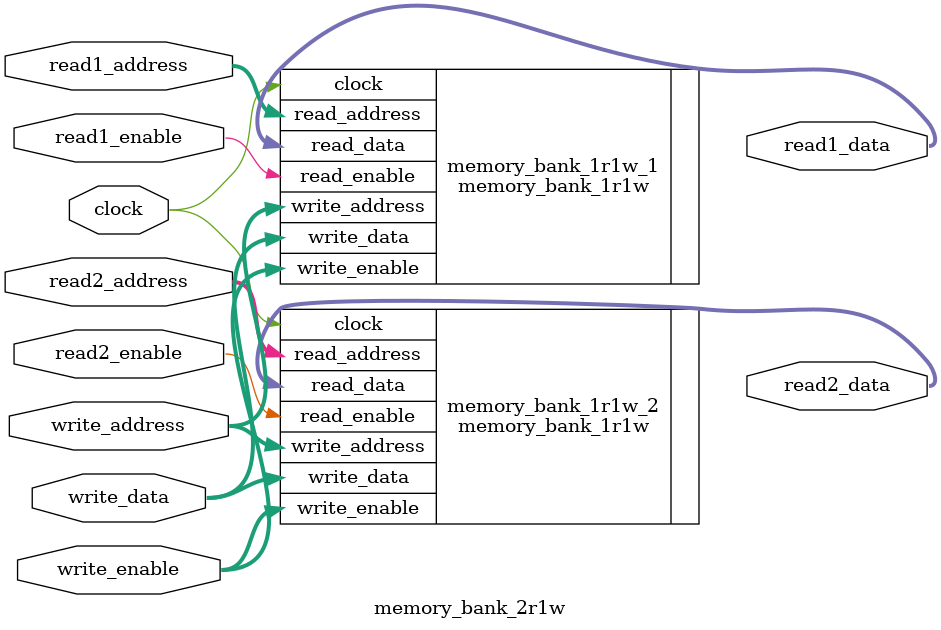
<source format=sv>
`timescale 1ns / 1ps

module memory_bank_2r1w #(
        parameter SIZE          = 1024,
        parameter ADDR_WIDTH    = $clog2(SIZE),
        parameter COL_WIDTH     = 8,
        parameter NB_COL        = 4,
        parameter WRITE_FIRST1  = "TRUE",
        parameter WRITE_FIRST2  = "TRUE"
    )(
        input                                       clock,
        input   logic                               read1_enable,
        input   logic   [ADDR_WIDTH-1		  : 0]  read1_address,
        output  logic   [NB_COL*COL_WIDTH-1   : 0]  read1_data,

        input   logic                               read2_enable,
        input   logic   [ADDR_WIDTH-1         : 0]  read2_address,
        output  logic   [NB_COL*COL_WIDTH-1   : 0]  read2_data,

        input   logic   [NB_COL-1             : 0]  write_enable,
        input   logic   [ADDR_WIDTH-1		  : 0]  write_address,
        input   logic   [NB_COL*COL_WIDTH-1   : 0]  write_data
    );

	memory_bank_1r1w #(
		.SIZE        (SIZE),
		.ADDR_WIDTH  (ADDR_WIDTH),
		.COL_WIDTH   (COL_WIDTH),
		.NB_COL      (NB_COL),
        .WRITE_FIRST (WRITE_FIRST1)
	)
	memory_bank_1r1w_1 (
		.clock        (clock),
		.read_enable  (read1_enable),
		.read_address (read1_address),
		.write_enable (write_enable),
		.write_address(write_address),
		.write_data   (write_data),
		.read_data    (read1_data)
	);

	memory_bank_1r1w #(
		.SIZE         (SIZE),
		.ADDR_WIDTH   (ADDR_WIDTH),
		.COL_WIDTH    (COL_WIDTH),
		.NB_COL       (NB_COL),
        .WRITE_FIRST  (WRITE_FIRST2)
	)
	memory_bank_1r1w_2 (
		.clock        (clock),
		.read_enable  (read2_enable),
		.read_address (read2_address),
		.write_enable (write_enable),
		.write_address(write_address),
		.write_data   (write_data),
		.read_data    (read2_data)
	);


endmodule

</source>
